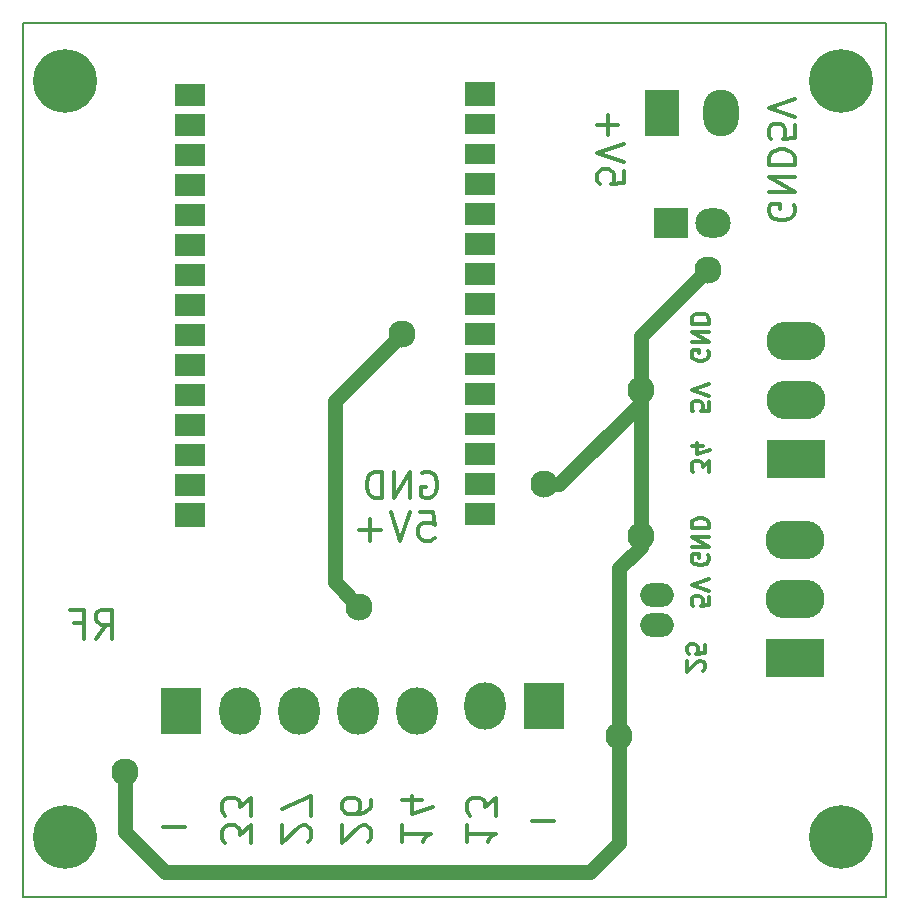
<source format=gbr>
%TF.GenerationSoftware,KiCad,Pcbnew,7.0.3*%
%TF.CreationDate,2023-06-20T17:59:41-05:00*%
%TF.ProjectId,water_tank_module,77617465-725f-4746-916e-6b5f6d6f6475,rev?*%
%TF.SameCoordinates,Original*%
%TF.FileFunction,Copper,L2,Bot*%
%TF.FilePolarity,Positive*%
%FSLAX46Y46*%
G04 Gerber Fmt 4.6, Leading zero omitted, Abs format (unit mm)*
G04 Created by KiCad (PCBNEW 7.0.3) date 2023-06-20 17:59:41*
%MOMM*%
%LPD*%
G01*
G04 APERTURE LIST*
%TA.AperFunction,NonConductor*%
%ADD10C,0.200000*%
%TD*%
%ADD11C,0.300000*%
%TA.AperFunction,NonConductor*%
%ADD12C,0.300000*%
%TD*%
%TA.AperFunction,ComponentPad*%
%ADD13R,5.000000X3.300000*%
%TD*%
%TA.AperFunction,ComponentPad*%
%ADD14O,5.000000X3.300000*%
%TD*%
%TA.AperFunction,ComponentPad*%
%ADD15R,3.500000X4.000000*%
%TD*%
%TA.AperFunction,ComponentPad*%
%ADD16O,3.500000X4.000000*%
%TD*%
%TA.AperFunction,ComponentPad*%
%ADD17C,5.400000*%
%TD*%
%TA.AperFunction,ComponentPad*%
%ADD18R,3.000000X2.500000*%
%TD*%
%TA.AperFunction,ComponentPad*%
%ADD19O,3.000000X2.500000*%
%TD*%
%TA.AperFunction,ComponentPad*%
%ADD20R,2.540000X2.100000*%
%TD*%
%TA.AperFunction,ComponentPad*%
%ADD21R,2.540000X1.740000*%
%TD*%
%TA.AperFunction,ComponentPad*%
%ADD22R,2.540000X1.950000*%
%TD*%
%TA.AperFunction,ComponentPad*%
%ADD23R,3.000000X3.960000*%
%TD*%
%TA.AperFunction,ComponentPad*%
%ADD24O,3.000000X3.960000*%
%TD*%
%TA.AperFunction,ComponentPad*%
%ADD25O,2.850000X2.025000*%
%TD*%
%TA.AperFunction,ComponentPad*%
%ADD26R,2.540000X2.000000*%
%TD*%
%TA.AperFunction,ViaPad*%
%ADD27C,2.300000*%
%TD*%
%TA.AperFunction,Conductor*%
%ADD28C,1.250000*%
%TD*%
G04 APERTURE END LIST*
D10*
X116170000Y-66100000D02*
X189270000Y-66100000D01*
X189270000Y-140085000D01*
X116170000Y-140085000D01*
X116170000Y-66100000D01*
D11*
D12*
X153802183Y-134019298D02*
X153802183Y-135419298D01*
X153802183Y-134719298D02*
X156252183Y-134719298D01*
X156252183Y-134719298D02*
X155902183Y-134952631D01*
X155902183Y-134952631D02*
X155668850Y-135185965D01*
X155668850Y-135185965D02*
X155552183Y-135419298D01*
X156252183Y-133202632D02*
X156252183Y-131685965D01*
X156252183Y-131685965D02*
X155318850Y-132502632D01*
X155318850Y-132502632D02*
X155318850Y-132152632D01*
X155318850Y-132152632D02*
X155202183Y-131919298D01*
X155202183Y-131919298D02*
X155085516Y-131802632D01*
X155085516Y-131802632D02*
X154852183Y-131685965D01*
X154852183Y-131685965D02*
X154268850Y-131685965D01*
X154268850Y-131685965D02*
X154035516Y-131802632D01*
X154035516Y-131802632D02*
X153918850Y-131919298D01*
X153918850Y-131919298D02*
X153802183Y-132152632D01*
X153802183Y-132152632D02*
X153802183Y-132852632D01*
X153802183Y-132852632D02*
X153918850Y-133085965D01*
X153918850Y-133085965D02*
X154035516Y-133202632D01*
D11*
D12*
X174291671Y-98188345D02*
X174291671Y-98902631D01*
X174291671Y-98902631D02*
X173577385Y-98974059D01*
X173577385Y-98974059D02*
X173648814Y-98902631D01*
X173648814Y-98902631D02*
X173720242Y-98759774D01*
X173720242Y-98759774D02*
X173720242Y-98402631D01*
X173720242Y-98402631D02*
X173648814Y-98259774D01*
X173648814Y-98259774D02*
X173577385Y-98188345D01*
X173577385Y-98188345D02*
X173434528Y-98116916D01*
X173434528Y-98116916D02*
X173077385Y-98116916D01*
X173077385Y-98116916D02*
X172934528Y-98188345D01*
X172934528Y-98188345D02*
X172863100Y-98259774D01*
X172863100Y-98259774D02*
X172791671Y-98402631D01*
X172791671Y-98402631D02*
X172791671Y-98759774D01*
X172791671Y-98759774D02*
X172863100Y-98902631D01*
X172863100Y-98902631D02*
X172934528Y-98974059D01*
X174291671Y-97688345D02*
X172791671Y-97188345D01*
X172791671Y-97188345D02*
X174291671Y-96688345D01*
D11*
D12*
X148302183Y-134019298D02*
X148302183Y-135419298D01*
X148302183Y-134719298D02*
X150752183Y-134719298D01*
X150752183Y-134719298D02*
X150402183Y-134952631D01*
X150402183Y-134952631D02*
X150168850Y-135185965D01*
X150168850Y-135185965D02*
X150052183Y-135419298D01*
X149935516Y-131919298D02*
X148302183Y-131919298D01*
X150868850Y-132502632D02*
X149118850Y-133085965D01*
X149118850Y-133085965D02*
X149118850Y-131569298D01*
D11*
D12*
X174220242Y-111145488D02*
X174291671Y-111288346D01*
X174291671Y-111288346D02*
X174291671Y-111502631D01*
X174291671Y-111502631D02*
X174220242Y-111716917D01*
X174220242Y-111716917D02*
X174077385Y-111859774D01*
X174077385Y-111859774D02*
X173934528Y-111931203D01*
X173934528Y-111931203D02*
X173648814Y-112002631D01*
X173648814Y-112002631D02*
X173434528Y-112002631D01*
X173434528Y-112002631D02*
X173148814Y-111931203D01*
X173148814Y-111931203D02*
X173005957Y-111859774D01*
X173005957Y-111859774D02*
X172863100Y-111716917D01*
X172863100Y-111716917D02*
X172791671Y-111502631D01*
X172791671Y-111502631D02*
X172791671Y-111359774D01*
X172791671Y-111359774D02*
X172863100Y-111145488D01*
X172863100Y-111145488D02*
X172934528Y-111074060D01*
X172934528Y-111074060D02*
X173434528Y-111074060D01*
X173434528Y-111074060D02*
X173434528Y-111359774D01*
X172791671Y-110431203D02*
X174291671Y-110431203D01*
X174291671Y-110431203D02*
X172791671Y-109574060D01*
X172791671Y-109574060D02*
X174291671Y-109574060D01*
X172791671Y-108859774D02*
X174291671Y-108859774D01*
X174291671Y-108859774D02*
X174291671Y-108502631D01*
X174291671Y-108502631D02*
X174220242Y-108288345D01*
X174220242Y-108288345D02*
X174077385Y-108145488D01*
X174077385Y-108145488D02*
X173934528Y-108074059D01*
X173934528Y-108074059D02*
X173648814Y-108002631D01*
X173648814Y-108002631D02*
X173434528Y-108002631D01*
X173434528Y-108002631D02*
X173148814Y-108074059D01*
X173148814Y-108074059D02*
X173005957Y-108145488D01*
X173005957Y-108145488D02*
X172863100Y-108288345D01*
X172863100Y-108288345D02*
X172791671Y-108502631D01*
X172791671Y-108502631D02*
X172791671Y-108859774D01*
D11*
D12*
X181459564Y-81515494D02*
X181566707Y-81729780D01*
X181566707Y-81729780D02*
X181566707Y-82051208D01*
X181566707Y-82051208D02*
X181459564Y-82372637D01*
X181459564Y-82372637D02*
X181245278Y-82586922D01*
X181245278Y-82586922D02*
X181030992Y-82694065D01*
X181030992Y-82694065D02*
X180602421Y-82801208D01*
X180602421Y-82801208D02*
X180280992Y-82801208D01*
X180280992Y-82801208D02*
X179852421Y-82694065D01*
X179852421Y-82694065D02*
X179638135Y-82586922D01*
X179638135Y-82586922D02*
X179423850Y-82372637D01*
X179423850Y-82372637D02*
X179316707Y-82051208D01*
X179316707Y-82051208D02*
X179316707Y-81836922D01*
X179316707Y-81836922D02*
X179423850Y-81515494D01*
X179423850Y-81515494D02*
X179530992Y-81408351D01*
X179530992Y-81408351D02*
X180280992Y-81408351D01*
X180280992Y-81408351D02*
X180280992Y-81836922D01*
X179316707Y-80444065D02*
X181566707Y-80444065D01*
X181566707Y-80444065D02*
X179316707Y-79158351D01*
X179316707Y-79158351D02*
X181566707Y-79158351D01*
X179316707Y-78086922D02*
X181566707Y-78086922D01*
X181566707Y-78086922D02*
X181566707Y-77551208D01*
X181566707Y-77551208D02*
X181459564Y-77229779D01*
X181459564Y-77229779D02*
X181245278Y-77015494D01*
X181245278Y-77015494D02*
X181030992Y-76908351D01*
X181030992Y-76908351D02*
X180602421Y-76801208D01*
X180602421Y-76801208D02*
X180280992Y-76801208D01*
X180280992Y-76801208D02*
X179852421Y-76908351D01*
X179852421Y-76908351D02*
X179638135Y-77015494D01*
X179638135Y-77015494D02*
X179423850Y-77229779D01*
X179423850Y-77229779D02*
X179316707Y-77551208D01*
X179316707Y-77551208D02*
X179316707Y-78086922D01*
X181566707Y-74765494D02*
X181566707Y-75836922D01*
X181566707Y-75836922D02*
X180495278Y-75944065D01*
X180495278Y-75944065D02*
X180602421Y-75836922D01*
X180602421Y-75836922D02*
X180709564Y-75622637D01*
X180709564Y-75622637D02*
X180709564Y-75086922D01*
X180709564Y-75086922D02*
X180602421Y-74872637D01*
X180602421Y-74872637D02*
X180495278Y-74765494D01*
X180495278Y-74765494D02*
X180280992Y-74658351D01*
X180280992Y-74658351D02*
X179745278Y-74658351D01*
X179745278Y-74658351D02*
X179530992Y-74765494D01*
X179530992Y-74765494D02*
X179423850Y-74872637D01*
X179423850Y-74872637D02*
X179316707Y-75086922D01*
X179316707Y-75086922D02*
X179316707Y-75622637D01*
X179316707Y-75622637D02*
X179423850Y-75836922D01*
X179423850Y-75836922D02*
X179530992Y-75944065D01*
X181566707Y-74015494D02*
X179316707Y-73265494D01*
X179316707Y-73265494D02*
X181566707Y-72515494D01*
D11*
D12*
X174220242Y-93845488D02*
X174291671Y-93988346D01*
X174291671Y-93988346D02*
X174291671Y-94202631D01*
X174291671Y-94202631D02*
X174220242Y-94416917D01*
X174220242Y-94416917D02*
X174077385Y-94559774D01*
X174077385Y-94559774D02*
X173934528Y-94631203D01*
X173934528Y-94631203D02*
X173648814Y-94702631D01*
X173648814Y-94702631D02*
X173434528Y-94702631D01*
X173434528Y-94702631D02*
X173148814Y-94631203D01*
X173148814Y-94631203D02*
X173005957Y-94559774D01*
X173005957Y-94559774D02*
X172863100Y-94416917D01*
X172863100Y-94416917D02*
X172791671Y-94202631D01*
X172791671Y-94202631D02*
X172791671Y-94059774D01*
X172791671Y-94059774D02*
X172863100Y-93845488D01*
X172863100Y-93845488D02*
X172934528Y-93774060D01*
X172934528Y-93774060D02*
X173434528Y-93774060D01*
X173434528Y-93774060D02*
X173434528Y-94059774D01*
X172791671Y-93131203D02*
X174291671Y-93131203D01*
X174291671Y-93131203D02*
X172791671Y-92274060D01*
X172791671Y-92274060D02*
X174291671Y-92274060D01*
X172791671Y-91559774D02*
X174291671Y-91559774D01*
X174291671Y-91559774D02*
X174291671Y-91202631D01*
X174291671Y-91202631D02*
X174220242Y-90988345D01*
X174220242Y-90988345D02*
X174077385Y-90845488D01*
X174077385Y-90845488D02*
X173934528Y-90774059D01*
X173934528Y-90774059D02*
X173648814Y-90702631D01*
X173648814Y-90702631D02*
X173434528Y-90702631D01*
X173434528Y-90702631D02*
X173148814Y-90774059D01*
X173148814Y-90774059D02*
X173005957Y-90845488D01*
X173005957Y-90845488D02*
X172863100Y-90988345D01*
X172863100Y-90988345D02*
X172791671Y-91202631D01*
X172791671Y-91202631D02*
X172791671Y-91559774D01*
D11*
D12*
X145435517Y-135419298D02*
X145552183Y-135302631D01*
X145552183Y-135302631D02*
X145668850Y-135069298D01*
X145668850Y-135069298D02*
X145668850Y-134485965D01*
X145668850Y-134485965D02*
X145552183Y-134252631D01*
X145552183Y-134252631D02*
X145435517Y-134135965D01*
X145435517Y-134135965D02*
X145202183Y-134019298D01*
X145202183Y-134019298D02*
X144968850Y-134019298D01*
X144968850Y-134019298D02*
X144618850Y-134135965D01*
X144618850Y-134135965D02*
X143218850Y-135535965D01*
X143218850Y-135535965D02*
X143218850Y-134019298D01*
X145668850Y-131919298D02*
X145668850Y-132385965D01*
X145668850Y-132385965D02*
X145552183Y-132619298D01*
X145552183Y-132619298D02*
X145435517Y-132735965D01*
X145435517Y-132735965D02*
X145085517Y-132969298D01*
X145085517Y-132969298D02*
X144618850Y-133085965D01*
X144618850Y-133085965D02*
X143685517Y-133085965D01*
X143685517Y-133085965D02*
X143452183Y-132969298D01*
X143452183Y-132969298D02*
X143335517Y-132852632D01*
X143335517Y-132852632D02*
X143218850Y-132619298D01*
X143218850Y-132619298D02*
X143218850Y-132152632D01*
X143218850Y-132152632D02*
X143335517Y-131919298D01*
X143335517Y-131919298D02*
X143452183Y-131802632D01*
X143452183Y-131802632D02*
X143685517Y-131685965D01*
X143685517Y-131685965D02*
X144268850Y-131685965D01*
X144268850Y-131685965D02*
X144502183Y-131802632D01*
X144502183Y-131802632D02*
X144618850Y-131919298D01*
X144618850Y-131919298D02*
X144735517Y-132152632D01*
X144735517Y-132152632D02*
X144735517Y-132619298D01*
X144735517Y-132619298D02*
X144618850Y-132852632D01*
X144618850Y-132852632D02*
X144502183Y-132969298D01*
X144502183Y-132969298D02*
X144268850Y-133085965D01*
D11*
D12*
X174291671Y-104116917D02*
X174291671Y-103188345D01*
X174291671Y-103188345D02*
X173720242Y-103688345D01*
X173720242Y-103688345D02*
X173720242Y-103474060D01*
X173720242Y-103474060D02*
X173648814Y-103331203D01*
X173648814Y-103331203D02*
X173577385Y-103259774D01*
X173577385Y-103259774D02*
X173434528Y-103188345D01*
X173434528Y-103188345D02*
X173077385Y-103188345D01*
X173077385Y-103188345D02*
X172934528Y-103259774D01*
X172934528Y-103259774D02*
X172863100Y-103331203D01*
X172863100Y-103331203D02*
X172791671Y-103474060D01*
X172791671Y-103474060D02*
X172791671Y-103902631D01*
X172791671Y-103902631D02*
X172863100Y-104045488D01*
X172863100Y-104045488D02*
X172934528Y-104116917D01*
X173791671Y-101902632D02*
X172791671Y-101902632D01*
X174363100Y-102259774D02*
X173291671Y-102616917D01*
X173291671Y-102616917D02*
X173291671Y-101688346D01*
D11*
D12*
X173748814Y-120945488D02*
X173820242Y-120874060D01*
X173820242Y-120874060D02*
X173891671Y-120731203D01*
X173891671Y-120731203D02*
X173891671Y-120374060D01*
X173891671Y-120374060D02*
X173820242Y-120231203D01*
X173820242Y-120231203D02*
X173748814Y-120159774D01*
X173748814Y-120159774D02*
X173605957Y-120088345D01*
X173605957Y-120088345D02*
X173463100Y-120088345D01*
X173463100Y-120088345D02*
X173248814Y-120159774D01*
X173248814Y-120159774D02*
X172391671Y-121016917D01*
X172391671Y-121016917D02*
X172391671Y-120088345D01*
X173891671Y-118731203D02*
X173891671Y-119445489D01*
X173891671Y-119445489D02*
X173177385Y-119516917D01*
X173177385Y-119516917D02*
X173248814Y-119445489D01*
X173248814Y-119445489D02*
X173320242Y-119302632D01*
X173320242Y-119302632D02*
X173320242Y-118945489D01*
X173320242Y-118945489D02*
X173248814Y-118802632D01*
X173248814Y-118802632D02*
X173177385Y-118731203D01*
X173177385Y-118731203D02*
X173034528Y-118659774D01*
X173034528Y-118659774D02*
X172677385Y-118659774D01*
X172677385Y-118659774D02*
X172534528Y-118731203D01*
X172534528Y-118731203D02*
X172463100Y-118802632D01*
X172463100Y-118802632D02*
X172391671Y-118945489D01*
X172391671Y-118945489D02*
X172391671Y-119302632D01*
X172391671Y-119302632D02*
X172463100Y-119445489D01*
X172463100Y-119445489D02*
X172534528Y-119516917D01*
D11*
D12*
X135502183Y-135535965D02*
X135502183Y-134019298D01*
X135502183Y-134019298D02*
X134568850Y-134835965D01*
X134568850Y-134835965D02*
X134568850Y-134485965D01*
X134568850Y-134485965D02*
X134452183Y-134252631D01*
X134452183Y-134252631D02*
X134335516Y-134135965D01*
X134335516Y-134135965D02*
X134102183Y-134019298D01*
X134102183Y-134019298D02*
X133518850Y-134019298D01*
X133518850Y-134019298D02*
X133285516Y-134135965D01*
X133285516Y-134135965D02*
X133168850Y-134252631D01*
X133168850Y-134252631D02*
X133052183Y-134485965D01*
X133052183Y-134485965D02*
X133052183Y-135185965D01*
X133052183Y-135185965D02*
X133168850Y-135419298D01*
X133168850Y-135419298D02*
X133285516Y-135535965D01*
X135502183Y-133202632D02*
X135502183Y-131685965D01*
X135502183Y-131685965D02*
X134568850Y-132502632D01*
X134568850Y-132502632D02*
X134568850Y-132152632D01*
X134568850Y-132152632D02*
X134452183Y-131919298D01*
X134452183Y-131919298D02*
X134335516Y-131802632D01*
X134335516Y-131802632D02*
X134102183Y-131685965D01*
X134102183Y-131685965D02*
X133518850Y-131685965D01*
X133518850Y-131685965D02*
X133285516Y-131802632D01*
X133285516Y-131802632D02*
X133168850Y-131919298D01*
X133168850Y-131919298D02*
X133052183Y-132152632D01*
X133052183Y-132152632D02*
X133052183Y-132852632D01*
X133052183Y-132852632D02*
X133168850Y-133085965D01*
X133168850Y-133085965D02*
X133285516Y-133202632D01*
D11*
D12*
X129905964Y-134184483D02*
X128039298Y-134184483D01*
D11*
D12*
X140352184Y-135419298D02*
X140468850Y-135302631D01*
X140468850Y-135302631D02*
X140585517Y-135069298D01*
X140585517Y-135069298D02*
X140585517Y-134485965D01*
X140585517Y-134485965D02*
X140468850Y-134252631D01*
X140468850Y-134252631D02*
X140352184Y-134135965D01*
X140352184Y-134135965D02*
X140118850Y-134019298D01*
X140118850Y-134019298D02*
X139885517Y-134019298D01*
X139885517Y-134019298D02*
X139535517Y-134135965D01*
X139535517Y-134135965D02*
X138135517Y-135535965D01*
X138135517Y-135535965D02*
X138135517Y-134019298D01*
X140585517Y-133202632D02*
X140585517Y-131569298D01*
X140585517Y-131569298D02*
X138135517Y-132619298D01*
D11*
D12*
X167066707Y-78586923D02*
X167066707Y-79658351D01*
X167066707Y-79658351D02*
X165995278Y-79765494D01*
X165995278Y-79765494D02*
X166102421Y-79658351D01*
X166102421Y-79658351D02*
X166209564Y-79444066D01*
X166209564Y-79444066D02*
X166209564Y-78908351D01*
X166209564Y-78908351D02*
X166102421Y-78694066D01*
X166102421Y-78694066D02*
X165995278Y-78586923D01*
X165995278Y-78586923D02*
X165780992Y-78479780D01*
X165780992Y-78479780D02*
X165245278Y-78479780D01*
X165245278Y-78479780D02*
X165030992Y-78586923D01*
X165030992Y-78586923D02*
X164923850Y-78694066D01*
X164923850Y-78694066D02*
X164816707Y-78908351D01*
X164816707Y-78908351D02*
X164816707Y-79444066D01*
X164816707Y-79444066D02*
X164923850Y-79658351D01*
X164923850Y-79658351D02*
X165030992Y-79765494D01*
X167066707Y-77836923D02*
X164816707Y-77086923D01*
X164816707Y-77086923D02*
X167066707Y-76336923D01*
X165673850Y-75586923D02*
X165673850Y-73872638D01*
X164816707Y-74729780D02*
X166530992Y-74729780D01*
D11*
D12*
X161155964Y-133684483D02*
X159289298Y-133684483D01*
D11*
D12*
X149986917Y-104182435D02*
X150201203Y-104075292D01*
X150201203Y-104075292D02*
X150522631Y-104075292D01*
X150522631Y-104075292D02*
X150844060Y-104182435D01*
X150844060Y-104182435D02*
X151058345Y-104396721D01*
X151058345Y-104396721D02*
X151165488Y-104611007D01*
X151165488Y-104611007D02*
X151272631Y-105039578D01*
X151272631Y-105039578D02*
X151272631Y-105361007D01*
X151272631Y-105361007D02*
X151165488Y-105789578D01*
X151165488Y-105789578D02*
X151058345Y-106003864D01*
X151058345Y-106003864D02*
X150844060Y-106218150D01*
X150844060Y-106218150D02*
X150522631Y-106325292D01*
X150522631Y-106325292D02*
X150308345Y-106325292D01*
X150308345Y-106325292D02*
X149986917Y-106218150D01*
X149986917Y-106218150D02*
X149879774Y-106111007D01*
X149879774Y-106111007D02*
X149879774Y-105361007D01*
X149879774Y-105361007D02*
X150308345Y-105361007D01*
X148915488Y-106325292D02*
X148915488Y-104075292D01*
X148915488Y-104075292D02*
X147629774Y-106325292D01*
X147629774Y-106325292D02*
X147629774Y-104075292D01*
X146558345Y-106325292D02*
X146558345Y-104075292D01*
X146558345Y-104075292D02*
X146022631Y-104075292D01*
X146022631Y-104075292D02*
X145701202Y-104182435D01*
X145701202Y-104182435D02*
X145486917Y-104396721D01*
X145486917Y-104396721D02*
X145379774Y-104611007D01*
X145379774Y-104611007D02*
X145272631Y-105039578D01*
X145272631Y-105039578D02*
X145272631Y-105361007D01*
X145272631Y-105361007D02*
X145379774Y-105789578D01*
X145379774Y-105789578D02*
X145486917Y-106003864D01*
X145486917Y-106003864D02*
X145701202Y-106218150D01*
X145701202Y-106218150D02*
X146022631Y-106325292D01*
X146022631Y-106325292D02*
X146558345Y-106325292D01*
D11*
D12*
X149755965Y-107467816D02*
X150922631Y-107467816D01*
X150922631Y-107467816D02*
X151039298Y-108634483D01*
X151039298Y-108634483D02*
X150922631Y-108517816D01*
X150922631Y-108517816D02*
X150689298Y-108401150D01*
X150689298Y-108401150D02*
X150105965Y-108401150D01*
X150105965Y-108401150D02*
X149872631Y-108517816D01*
X149872631Y-108517816D02*
X149755965Y-108634483D01*
X149755965Y-108634483D02*
X149639298Y-108867816D01*
X149639298Y-108867816D02*
X149639298Y-109451150D01*
X149639298Y-109451150D02*
X149755965Y-109684483D01*
X149755965Y-109684483D02*
X149872631Y-109801150D01*
X149872631Y-109801150D02*
X150105965Y-109917816D01*
X150105965Y-109917816D02*
X150689298Y-109917816D01*
X150689298Y-109917816D02*
X150922631Y-109801150D01*
X150922631Y-109801150D02*
X151039298Y-109684483D01*
X148939298Y-107467816D02*
X148122632Y-109917816D01*
X148122632Y-109917816D02*
X147305965Y-107467816D01*
X146489298Y-108984483D02*
X144622632Y-108984483D01*
X145555965Y-109917816D02*
X145555965Y-108051150D01*
D11*
D12*
X122359298Y-118217816D02*
X123175965Y-117051150D01*
X123759298Y-118217816D02*
X123759298Y-115767816D01*
X123759298Y-115767816D02*
X122825965Y-115767816D01*
X122825965Y-115767816D02*
X122592632Y-115884483D01*
X122592632Y-115884483D02*
X122475965Y-116001150D01*
X122475965Y-116001150D02*
X122359298Y-116234483D01*
X122359298Y-116234483D02*
X122359298Y-116584483D01*
X122359298Y-116584483D02*
X122475965Y-116817816D01*
X122475965Y-116817816D02*
X122592632Y-116934483D01*
X122592632Y-116934483D02*
X122825965Y-117051150D01*
X122825965Y-117051150D02*
X123759298Y-117051150D01*
X120492632Y-116934483D02*
X121309298Y-116934483D01*
X121309298Y-118217816D02*
X121309298Y-115767816D01*
X121309298Y-115767816D02*
X120142632Y-115767816D01*
D11*
D12*
X174291671Y-114688345D02*
X174291671Y-115402631D01*
X174291671Y-115402631D02*
X173577385Y-115474059D01*
X173577385Y-115474059D02*
X173648814Y-115402631D01*
X173648814Y-115402631D02*
X173720242Y-115259774D01*
X173720242Y-115259774D02*
X173720242Y-114902631D01*
X173720242Y-114902631D02*
X173648814Y-114759774D01*
X173648814Y-114759774D02*
X173577385Y-114688345D01*
X173577385Y-114688345D02*
X173434528Y-114616916D01*
X173434528Y-114616916D02*
X173077385Y-114616916D01*
X173077385Y-114616916D02*
X172934528Y-114688345D01*
X172934528Y-114688345D02*
X172863100Y-114759774D01*
X172863100Y-114759774D02*
X172791671Y-114902631D01*
X172791671Y-114902631D02*
X172791671Y-115259774D01*
X172791671Y-115259774D02*
X172863100Y-115402631D01*
X172863100Y-115402631D02*
X172934528Y-115474059D01*
X174291671Y-114188345D02*
X172791671Y-113688345D01*
X172791671Y-113688345D02*
X174291671Y-113188345D01*
D13*
%TO.P,J4,1,Pin_1*%
%TO.N,D34*%
X181670000Y-103000000D03*
D14*
%TO.P,J4,2,Pin_2*%
%TO.N,5v*%
X181670000Y-98000000D03*
%TO.P,J4,3,Pin_3*%
%TO.N,GND5V*%
X181670000Y-93000000D03*
%TD*%
D13*
%TO.P,J2,1,Pin_1*%
%TO.N,D25*%
X181527500Y-119857500D03*
D14*
%TO.P,J2,2,Pin_2*%
%TO.N,5v*%
X181527500Y-114857500D03*
%TO.P,J2,3,Pin_3*%
%TO.N,GND5V*%
X181527500Y-109857500D03*
%TD*%
D15*
%TO.P,J3,1,Pin_1*%
%TO.N,GND5V*%
X129562500Y-124357500D03*
D16*
%TO.P,J3,2,Pin_2*%
%TO.N,D33*%
X134562500Y-124357500D03*
%TO.P,J3,3,Pin_3*%
%TO.N,D27*%
X139562500Y-124357500D03*
%TO.P,J3,4,Pin_4*%
%TO.N,D26*%
X144562500Y-124357500D03*
%TO.P,J3,5,Pin_5*%
%TO.N,D14*%
X149562500Y-124357500D03*
%TD*%
D17*
%TO.P,H2,1*%
%TO.N,N/C*%
X185420000Y-135000000D03*
%TD*%
D18*
%TO.P,C1,1*%
%TO.N,5v*%
X171070887Y-82999113D03*
D19*
%TO.P,C1,2*%
%TO.N,GND5V*%
X174620887Y-82999113D03*
%TD*%
D17*
%TO.P,H3,1*%
%TO.N,N/C*%
X119750000Y-71000000D03*
%TD*%
D20*
%TO.P,J_esp0,1,Pin_1*%
%TO.N,EN*%
X154875000Y-72105000D03*
D21*
%TO.P,J_esp0,2,Pin_2*%
%TO.N,VP*%
X154875000Y-74645000D03*
%TO.P,J_esp0,3,Pin_3*%
%TO.N,VN*%
X154875000Y-77185000D03*
D22*
%TO.P,J_esp0,4,Pin_4*%
%TO.N,D34*%
X154875000Y-79725000D03*
%TO.P,J_esp0,5,Pin_5*%
%TO.N,D35*%
X154875000Y-82265000D03*
%TO.P,J_esp0,6,Pin_6*%
%TO.N,D32*%
X154875000Y-84805000D03*
%TO.P,J_esp0,7,Pin_7*%
%TO.N,D33*%
X154875000Y-87345000D03*
%TO.P,J_esp0,8,Pin_8*%
%TO.N,D25*%
X154875000Y-89885000D03*
%TO.P,J_esp0,9,Pin_9*%
%TO.N,D26*%
X154875000Y-92425000D03*
%TO.P,J_esp0,10,Pin_10*%
%TO.N,D27*%
X154875000Y-94965000D03*
%TO.P,J_esp0,11,Pin_11*%
%TO.N,D14*%
X154875000Y-97505000D03*
%TO.P,J_esp0,12,Pin_12*%
%TO.N,D12*%
X154875000Y-100045000D03*
%TO.P,J_esp0,13,Pin_13*%
%TO.N,D13*%
X154875000Y-102585000D03*
%TO.P,J_esp0,14,Pin_14*%
%TO.N,GND5V*%
X154875000Y-105125000D03*
%TO.P,J_esp0,15,Pin_15*%
%TO.N,5v*%
X154875000Y-107665000D03*
%TD*%
D23*
%TO.P,5V1,1,Pin_1*%
%TO.N,5v*%
X170298200Y-73688063D03*
D24*
%TO.P,5V1,2,Pin_2*%
%TO.N,GND5V*%
X175298200Y-73688063D03*
%TD*%
D17*
%TO.P,H4,1*%
%TO.N,N/C*%
X185420000Y-71000000D03*
%TD*%
%TO.P,H1,1*%
%TO.N,N/C*%
X119750000Y-135000000D03*
%TD*%
D15*
%TO.P,J1,1,Pin_1*%
%TO.N,GND5V*%
X160277500Y-123892500D03*
D16*
%TO.P,J1,2,Pin_2*%
%TO.N,D13*%
X155277500Y-123892500D03*
%TD*%
D25*
%TO.P,R11,1*%
%TO.N,5v*%
X169870000Y-114554750D03*
%TO.P,R11,2*%
%TO.N,D25*%
X169870000Y-117094750D03*
%TD*%
D26*
%TO.P,J_esp1,1,Pin_1*%
%TO.N,3V3*%
X130334500Y-107744000D03*
D22*
%TO.P,J_esp1,2,Pin_2*%
%TO.N,GND2*%
X130334500Y-105204000D03*
%TO.P,J_esp1,3,Pin_3*%
%TO.N,D15*%
X130334500Y-102664000D03*
%TO.P,J_esp1,4,Pin_4*%
%TO.N,D2*%
X130334500Y-100124000D03*
%TO.P,J_esp1,5,Pin_5*%
%TO.N,D4*%
X130334500Y-97584000D03*
%TO.P,J_esp1,6,Pin_6*%
%TO.N,RX2*%
X130334500Y-95044000D03*
%TO.P,J_esp1,7,Pin_7*%
%TO.N,TX2*%
X130334500Y-92504000D03*
%TO.P,J_esp1,8,Pin_8*%
%TO.N,D5*%
X130334500Y-89964000D03*
%TO.P,J_esp1,9,Pin_9*%
%TO.N,D18*%
X130334500Y-87424000D03*
%TO.P,J_esp1,10,Pin_10*%
%TO.N,D19*%
X130334500Y-84884000D03*
%TO.P,J_esp1,11,Pin_11*%
%TO.N,D21*%
X130334500Y-82344000D03*
%TO.P,J_esp1,12,Pin_12*%
%TO.N,RX0*%
X130334500Y-79804000D03*
%TO.P,J_esp1,13,Pin_13*%
%TO.N,TX0*%
X130334500Y-77264000D03*
%TO.P,J_esp1,14,Pin_14*%
%TO.N,D22*%
X130334500Y-74724000D03*
%TO.P,J_esp1,15,Pin_15*%
%TO.N,D23*%
X130334500Y-72184000D03*
%TD*%
D27*
%TO.N,D26*%
X148295000Y-92425000D03*
X144670000Y-115500000D03*
%TO.N,GND5V*%
X168470000Y-97200000D03*
X174170887Y-87000887D03*
X160314000Y-105125000D03*
X168470000Y-109519000D03*
X124830000Y-129540000D03*
X166670000Y-126500000D03*
%TD*%
D28*
%TO.N,D26*%
X142610000Y-113440000D02*
X142610000Y-98110000D01*
X142610000Y-98110000D02*
X148295000Y-92425000D01*
X144670000Y-115500000D02*
X144670000Y-115250000D01*
X144670000Y-115500000D02*
X142610000Y-113440000D01*
%TO.N,GND5V*%
X159370000Y-124800000D02*
X159370000Y-125100000D01*
X124830000Y-134620000D02*
X128210000Y-138000000D01*
X168470000Y-109519000D02*
X168470000Y-97200000D01*
X166670000Y-135500000D02*
X164170000Y-138000000D01*
X174069113Y-87000887D02*
X168470000Y-92600000D01*
X161584000Y-105125000D02*
X160314000Y-105125000D01*
X124830000Y-129540000D02*
X124830000Y-134620000D01*
X174170887Y-87000887D02*
X174069113Y-87000887D01*
X128210000Y-138000000D02*
X133670000Y-138000000D01*
X168470000Y-109519000D02*
X168470000Y-110450000D01*
X160277500Y-123892500D02*
X159370000Y-124800000D01*
X168470000Y-98239000D02*
X161584000Y-105125000D01*
X168470000Y-110450000D02*
X166670000Y-112250000D01*
X168470000Y-92661000D02*
X168470000Y-97200000D01*
X164170000Y-138000000D02*
X132918600Y-138000000D01*
X168470000Y-97200000D02*
X168470000Y-98239000D01*
X166670000Y-112250000D02*
X166670000Y-135500000D01*
%TD*%
M02*

</source>
